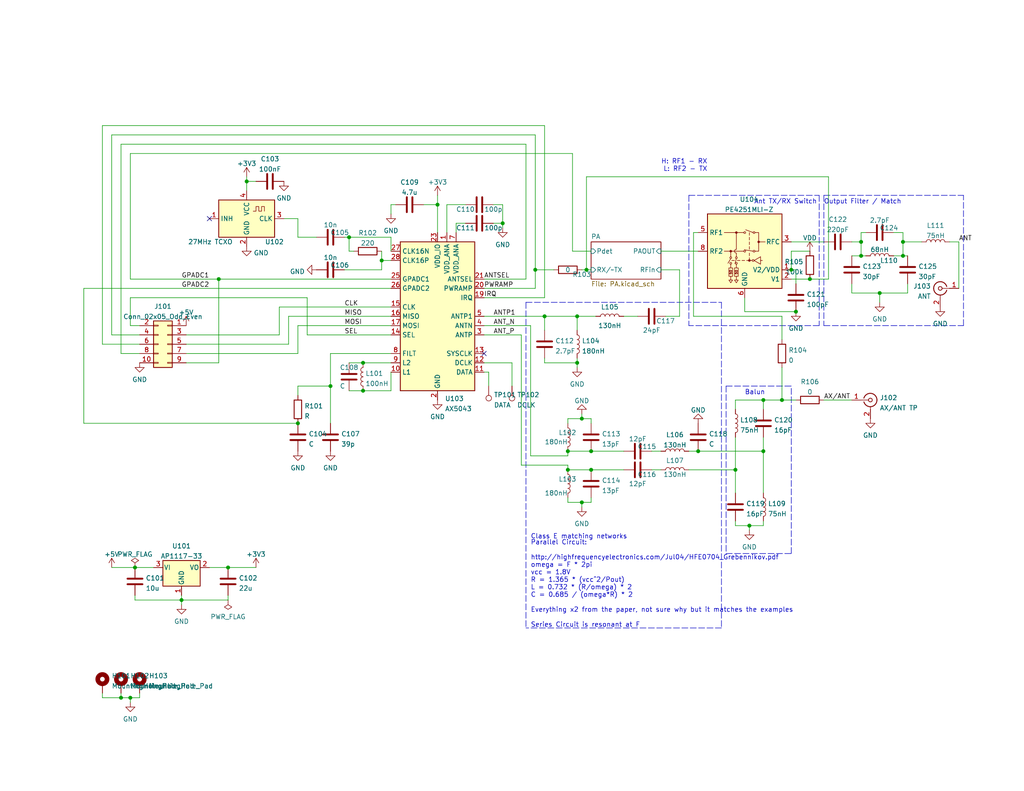
<source format=kicad_sch>
(kicad_sch (version 20211123) (generator eeschema)
  (paper "USLetter")
  (title_block (title "AX5043 Dev Board") (date "2022-01-10") (rev "1") (company "VE7XEN"))
  (lib_symbols
    (symbol "Connector:Conn_Coaxial" (pin_names (offset 1.016) hide)
      (property "Reference" "J" (at 0.254 3.048 0))
      (property "Value" "Conn_Coaxial" (at 2.921 0 90))
      (symbol "Conn_Coaxial_0_1"
        (arc (start -1.778 -0.508) (mid 0.222 -1.808) (end 1.778 0) (stroke (width 0.254)))
        (polyline (pts (xy -2.54 0) (xy -0.508 0)))
        (polyline (pts (xy 0 -2.54) (xy 0 -1.778)))
        (circle (center 0 0) (radius 0.508) (stroke (width 0.2032)))
        (arc (start 1.778 0) (mid 0.222 1.8083) (end -1.778 0.508) (stroke (width 0.254)))
      )
      (symbol "Conn_Coaxial_1_1"
        (pin passive line (at -5.08 0 0) (length 2.54) (name "In") (number "1"))
        (pin passive line (at 0 -5.08 90) (length 2.54) (name "Ext") (number "2"))
      )
    )
    (symbol "Connector:TestPoint" (pin_numbers hide) (pin_names (offset 0.762) hide)
      (property "Reference" "TP" (at 0 6.858 0))
      (property "Value" "TestPoint" (at 0 5.08 0))
      (symbol "TestPoint_0_1"
        (circle (center 0 3.302) (radius 0.762))
      )
      (symbol "TestPoint_1_1"
        (pin passive line (at 0 0 90) (length 2.54) (name "1") (number "1"))
      )
    )
    (symbol "Connector_Generic:Conn_02x05_Odd_Even" (pin_names (offset 1.016) hide)
      (property "Reference" "J" (at 1.27 7.62 0))
      (property "Value" "Conn_02x05_Odd_Even" (at 1.27 -7.62 0))
      (symbol "Conn_02x05_Odd_Even_1_1"
        (rectangle (start -1.27 -4.953) (end 0 -5.207) (stroke (width 0.1524)))
        (rectangle (start -1.27 -2.413) (end 0 -2.667) (stroke (width 0.1524)))
        (rectangle (start -1.27 0.127) (end 0 -0.127) (stroke (width 0.1524)))
        (rectangle (start -1.27 2.667) (end 0 2.413) (stroke (width 0.1524)))
        (rectangle (start -1.27 5.207) (end 0 4.953) (stroke (width 0.1524)))
        (rectangle (start -1.27 6.35) (end 3.81 -6.35) (stroke (width 0.254)) (fill (type background)))
        (rectangle (start 3.81 -4.953) (end 2.54 -5.207) (stroke (width 0.1524)))
        (rectangle (start 3.81 -2.413) (end 2.54 -2.667) (stroke (width 0.1524)))
        (rectangle (start 3.81 0.127) (end 2.54 -0.127) (stroke (width 0.1524)))
        (rectangle (start 3.81 2.667) (end 2.54 2.413) (stroke (width 0.1524)))
        (rectangle (start 3.81 5.207) (end 2.54 4.953) (stroke (width 0.1524)))
        (pin passive line (at -5.08 5.08 0) (length 3.81) (name "Pin_1") (number "1"))
        (pin passive line (at 7.62 -5.08 180) (length 3.81) (name "Pin_10") (number "10"))
        (pin passive line (at 7.62 5.08 180) (length 3.81) (name "Pin_2") (number "2"))
        (pin passive line (at -5.08 2.54 0) (length 3.81) (name "Pin_3") (number "3"))
        (pin passive line (at 7.62 2.54 180) (length 3.81) (name "Pin_4") (number "4"))
        (pin passive line (at -5.08 0 0) (length 3.81) (name "Pin_5") (number "5"))
        (pin passive line (at 7.62 0 180) (length 3.81) (name "Pin_6") (number "6"))
        (pin passive line (at -5.08 -2.54 0) (length 3.81) (name "Pin_7") (number "7"))
        (pin passive line (at 7.62 -2.54 180) (length 3.81) (name "Pin_8") (number "8"))
        (pin passive line (at -5.08 -5.08 0) (length 3.81) (name "Pin_9") (number "9"))
      )
    )
    (symbol "Device:C" (pin_numbers hide) (pin_names (offset 0.254))
      (property "Reference" "C" (at 0.635 2.54 0))
      (property "Value" "C" (at 0.635 -2.54 0))
      (symbol "C_0_1"
        (polyline (pts (xy -2.032 -0.762) (xy 2.032 -0.762)) (stroke (width 0.508)))
        (polyline (pts (xy -2.032 0.762) (xy 2.032 0.762)) (stroke (width 0.508)))
      )
      (symbol "C_1_1"
        (pin passive line (at 0 3.81 270) (length 2.794) (name "~") (number "1"))
        (pin passive line (at 0 -3.81 90) (length 2.794) (name "~") (number "2"))
      )
    )
    (symbol "Device:L" (pin_numbers hide) (pin_names (offset 1.016) hide)
      (property "Reference" "L" (at -1.27 0 90))
      (property "Value" "L" (at 1.905 0 90))
      (symbol "L_0_1"
        (arc (start 0 -2.54) (mid 0.635 -1.905) (end 0 -1.27))
        (arc (start 0 -1.27) (mid 0.635 -0.635) (end 0 0))
        (arc (start 0 0) (mid 0.635 0.635) (end 0 1.27))
        (arc (start 0 1.27) (mid 0.635 1.905) (end 0 2.54))
      )
      (symbol "L_1_1"
        (pin passive line (at 0 3.81 270) (length 1.27) (name "1") (number "1"))
        (pin passive line (at 0 -3.81 90) (length 1.27) (name "2") (number "2"))
      )
    )
    (symbol "Device:R" (pin_numbers hide) (pin_names (offset 0))
      (property "Reference" "R" (at 2.032 0 90))
      (property "Value" "R" (at 0 0 90))
      (symbol "R_0_1"
        (rectangle (start -1.016 -2.54) (end 1.016 2.54) (stroke (width 0.254)))
      )
      (symbol "R_1_1"
        (pin passive line (at 0 3.81 270) (length 1.27) (name "~") (number "1"))
        (pin passive line (at 0 -3.81 90) (length 1.27) (name "~") (number "2"))
      )
    )
    (symbol "Mechanical:MountingHole_Pad" (pin_numbers hide) (pin_names (offset 1.016) hide)
      (property "Reference" "H" (at 0 6.35 0))
      (property "Value" "MountingHole_Pad" (at 0 4.445 0))
      (symbol "MountingHole_Pad_0_1"
        (circle (center 0 1.27) (radius 1.27) (stroke (width 1.27)))
      )
      (symbol "MountingHole_Pad_1_1"
        (pin input line (at 0 -2.54 90) (length 2.54) (name "1") (number "1"))
      )
    )
    (symbol "Oscillator:KC2520Z"
      (property "Reference" "U" (at 2.54 12.7 0))
      (property "Value" "KC2520Z" (at 6.35 10.16 0))
      (symbol "KC2520Z_0_1"
        (rectangle (start -7.62 5.08) (end 7.62 -5.08) (stroke (width 0.254)) (fill (type background)))
      )
      (symbol "KC2520Z_1_1"
        (polyline (pts (xy 1.778 2.032) (xy 2.54 2.032) (xy 2.54 3.302) (xy 3.302 3.302) (xy 3.302 2.032) (xy 4.064 2.032) (xy 4.064 3.302) (xy 4.826 3.302) (xy 4.826 2.032)))
        (pin input line (at -10.16 0 0) (length 2.54) (name "INH") (number "1"))
        (pin power_in line (at 0 -7.62 90) (length 2.54) (name "GND") (number "2"))
        (pin output line (at 10.16 0 180) (length 2.54) (name "CLK") (number "3"))
        (pin power_in line (at 0 7.62 270) (length 2.54) (name "VCC") (number "4"))
      )
    )
    (symbol "RF:AX5043"
      (property "Reference" "U" (at -8.89 21.59 0))
      (property "Value" "AX5043" (at 8.89 21.59 0))
      (symbol "AX5043_1_0"
        (rectangle (start -10.16 -20.32) (end 10.16 20.32) (stroke (width 0.254)) (fill (type background)))
      )
      (symbol "AX5043_1_1"
        (pin power_out line (at 2.54 22.86 270) (length 2.54) (name "VDD_ANA") (number "1"))
        (pin passive line (at -12.7 -15.24 0) (length 2.54) (name "L1") (number "10"))
        (pin bidirectional line (at 12.7 -15.24 180) (length 2.54) (name "DATA") (number "11"))
        (pin bidirectional line (at 12.7 -12.7 180) (length 2.54) (name "DCLK") (number "12"))
        (pin bidirectional line (at 12.7 -10.16 180) (length 2.54) (name "SYSCLK") (number "13"))
        (pin input line (at -12.7 -5.08 0) (length 2.54) (name "SEL") (number "14"))
        (pin input line (at -12.7 2.54 0) (length 2.54) (name "CLK") (number "15"))
        (pin output line (at -12.7 0 0) (length 2.54) (name "MISO") (number "16"))
        (pin input line (at -12.7 -2.54 0) (length 2.54) (name "MOSI") (number "17"))
        (pin no_connect line (at -2.54 -20.32 90) (length 2.54) hide (name "NC") (number "18"))
        (pin output line (at 12.7 5.08 180) (length 2.54) (name "IRQ") (number "19"))
        (pin power_in line (at 0 -22.86 90) (length 2.54) (name "GND") (number "2"))
        (pin bidirectional line (at 12.7 7.62 180) (length 2.54) (name "PWRAMP") (number "20"))
        (pin bidirectional line (at 12.7 10.16 180) (length 2.54) (name "ANTSEL") (number "21"))
        (pin no_connect line (at 2.54 -20.32 90) (length 2.54) hide (name "NC") (number "22"))
        (pin power_in line (at 0 22.86 270) (length 2.54) (name "VDD_IO") (number "23"))
        (pin no_connect line (at -5.08 -20.32 90) (length 2.54) hide (name "NC") (number "24"))
        (pin input line (at -12.7 10.16 0) (length 2.54) (name "GPADC1") (number "25"))
        (pin input line (at -12.7 7.62 0) (length 2.54) (name "GPADC2") (number "26"))
        (pin input line (at -12.7 17.78 0) (length 2.54) (name "CLK16N") (number "27"))
        (pin input line (at -12.7 15.24 0) (length 2.54) (name "CLK16P") (number "28"))
        (pin passive line (at 0 -22.86 90) (length 2.54) hide (name "GND") (number "29"))
        (pin bidirectional line (at 12.7 -5.08 180) (length 2.54) (name "ANTP") (number "3"))
        (pin bidirectional line (at 12.7 -2.54 180) (length 2.54) (name "ANTN") (number "4"))
        (pin output line (at 12.7 0 180) (length 2.54) (name "ANTP1") (number "5"))
        (pin passive line (at 0 -22.86 90) (length 2.54) hide (name "GND") (number "6"))
        (pin power_out line (at 5.08 22.86 270) (length 2.54) (name "VDD_ANA") (number "7"))
        (pin input line (at -12.7 -10.16 0) (length 2.54) (name "FILT") (number "8"))
        (pin passive line (at -12.7 -12.7 0) (length 2.54) (name "L2") (number "9"))
      )
    )
    (symbol "Regulator_Linear:AP1117-33" (pin_names (offset 0.254))
      (property "Reference" "U" (at -3.81 3.175 0))
      (property "Value" "AP1117-33" (at 0 3.175 0))
      (symbol "AP1117-33_0_1"
        (rectangle (start -5.08 -5.08) (end 5.08 1.905) (stroke (width 0.254)) (fill (type background)))
      )
      (symbol "AP1117-33_1_1"
        (pin power_in line (at 0 -7.62 90) (length 2.54) (name "GND") (number "1"))
        (pin power_out line (at 7.62 0 180) (length 2.54) (name "VO") (number "2"))
        (pin power_in line (at -7.62 0 0) (length 2.54) (name "VI") (number "3"))
      )
    )
    (symbol "power:+3V3" (power) (pin_names (offset 0))
      (property "Value" "+3V3" (at 0 3.556 0))
      (symbol "+3V3_0_1"
        (polyline (pts (xy -0.762 1.27) (xy 0 2.54)))
        (polyline (pts (xy 0 0) (xy 0 2.54)))
        (polyline (pts (xy 0 2.54) (xy 0.762 1.27)))
      )
      (symbol "+3V3_1_1"
        (pin power_in line (at 0 0 90) (length 0) hide (name "+3V3") (number "1"))
      )
    )
    (symbol "power:+5V" (power) (pin_names (offset 0))
      (property "Value" "+5V" (at 0 3.556 0))
      (symbol "+5V_0_1"
        (polyline (pts (xy -0.762 1.27) (xy 0 2.54)))
        (polyline (pts (xy 0 0) (xy 0 2.54)))
        (polyline (pts (xy 0 2.54) (xy 0.762 1.27)))
      )
      (symbol "+5V_1_1"
        (pin power_in line (at 0 0 90) (length 0) hide (name "+5V") (number "1"))
      )
    )
    (symbol "power:GND" (power) (pin_names (offset 0))
      (property "Value" "GND" (at 0 -3.81 0))
      (symbol "GND_0_1"
        (polyline (pts (xy 0 0) (xy 0 -1.27) (xy 1.27 -1.27) (xy 0 -2.54) (xy -1.27 -1.27) (xy 0 -1.27)))
      )
      (symbol "GND_1_1"
        (pin power_in line (at 0 0 270) (length 0) hide (name "GND") (number "1"))
      )
    )
    (symbol "power:PWR_FLAG" (power) (pin_numbers hide) (pin_names (offset 0) hide)
      (property "Value" "PWR_FLAG" (at 0 3.81 0))
      (symbol "PWR_FLAG_0_0"
        (pin power_out line (at 0 0 90) (length 0) (name "pwr") (number "1"))
      )
      (symbol "PWR_FLAG_0_1"
        (polyline (pts (xy 0 0) (xy 0 1.27) (xy -1.016 1.905) (xy 0 2.54) (xy 1.016 1.905) (xy 0 1.27)))
      )
    )
    (symbol "power:VDD" (power) (pin_names (offset 0))
      (property "Value" "VDD" (at 0 3.81 0))
      (symbol "VDD_0_1"
        (polyline (pts (xy -0.762 1.27) (xy 0 2.54)))
        (polyline (pts (xy 0 0) (xy 0 2.54)))
        (polyline (pts (xy 0 2.54) (xy 0.762 1.27)))
      )
      (symbol "VDD_1_1"
        (pin power_in line (at 0 0 90) (length 0) hide (name "VDD") (number "1"))
      )
    )
    (symbol "projlib:PE4251MLI-Z"
      (property "Reference" "U104" (at -1.2065 14.1265 0))
      (property "Value" "PE4251MLI-Z" (at -1.2065 11.3514 0))
      (symbol "PE4251MLI-Z_0_0"
        (rectangle (start -10.16 10.16) (end 10.16 -10.16) (stroke (width 0.254)) (fill (type background)))
        (circle (center -3.81 2.54) (radius 0.254) (fill (type outline)))
        (circle (center -2.286 -2.54) (radius 0.254))
        (circle (center -1.27 -2.54) (radius 0.254) (fill (type outline)))
        (polyline (pts (xy -4.318 -2.54) (xy -4.826 -2.54)))
        (polyline (pts (xy -3.81 2.54) (xy -5.588 2.54)))
        (polyline (pts (xy -1.27 -2.54) (xy -1.27 -1.778)))
        (polyline (pts (xy -1.27 -1.27) (xy -1.27 -0.508)))
        (polyline (pts (xy -1.27 1.27) (xy -1.27 0.508)))
        (polyline (pts (xy -1.27 2.54) (xy -1.27 1.778)))
        (polyline (pts (xy -1.27 3.81) (xy -1.27 3.048)))
        (polyline (pts (xy -1.27 5.08) (xy -1.27 4.318)))
        (polyline (pts (xy -0.508 -2.54) (xy -2.032 -2.54)))
        (polyline (pts (xy 0 -2.54) (xy 0.762 -2.54)))
        (polyline (pts (xy 0.254 0) (xy 5.588 0)))
        (polyline (pts (xy 0.254 5.08) (xy 5.588 5.08)))
        (polyline (pts (xy 2.032 -2.54) (xy 1.27 -2.54)))
        (polyline (pts (xy 2.286 0.508) (xy 2.286 5.08)))
        (polyline (pts (xy 3.556 -2.54) (xy 2.794 -2.54)))
        (polyline (pts (xy -4.318 -1.524) (xy -4.318 -3.556) (xy -2.54 -2.54) (xy -4.318 -1.524)))
        (polyline (pts (xy -2.794 0) (xy -3.81 0) (xy -3.81 5.08) (xy -2.794 5.08)))
        (arc (start 2.286 -0.508) (mid 2.794 0) (end 2.286 0.508))
        (text "50" (at 2.286 -5.715 900) (effects (font (size 0.635 0.635))))
        (text "50" (at 3.81 -5.715 900) (effects (font (size 0.635 0.635))))
      )
      (symbol "PE4251MLI-Z_0_1"
        (circle (center -2.54 0) (radius 0.254))
        (circle (center -2.54 5.08) (radius 0.254))
        (polyline (pts (xy -2.286 0) (xy 0.127 0.381)))
        (polyline (pts (xy -2.286 5.08) (xy -0.254 5.842)))
        (polyline (pts (xy 2.286 -3.556) (xy 2.286 -4.572)))
        (polyline (pts (xy 2.286 -2.032) (xy 2.667 -3.429)))
        (polyline (pts (xy 2.286 -0.508) (xy 2.286 -1.524)))
        (polyline (pts (xy 3.81 -3.556) (xy 3.81 -4.572)))
        (polyline (pts (xy 3.81 -2.032) (xy 4.572 -3.302)))
        (polyline (pts (xy 3.81 0) (xy 3.81 -1.524)))
        (polyline (pts (xy 2.286 -6.858) (xy 2.286 -7.874) (xy 1.778 -7.874) (xy 2.286 -8.636) (xy 2.794 -7.874) (xy 2.286 -7.874)))
        (polyline (pts (xy 3.81 -6.858) (xy 3.81 -7.874) (xy 3.302 -7.874) (xy 3.81 -8.636) (xy 4.318 -7.874) (xy 3.81 -7.874)))
        (circle (center 0 0) (radius 0.254))
        (circle (center 0 5.08) (radius 0.254))
        (rectangle (start 1.778 -4.572) (end 2.794 -6.858))
        (circle (center 2.286 -3.302) (radius 0.254))
        (circle (center 2.286 -1.778) (radius 0.254))
        (circle (center 2.286 5.08) (radius 0.254) (fill (type outline)))
        (rectangle (start 3.302 -4.572) (end 4.318 -6.858))
        (circle (center 3.81 -3.302) (radius 0.254))
        (circle (center 3.81 -1.778) (radius 0.254))
        (circle (center 3.81 0) (radius 0.254) (fill (type outline)))
      )
      (symbol "PE4251MLI-Z_1_1"
        (pin input line (at -12.7 -5.08 0) (length 2.54) (name "V2/VDD") (number "1"))
        (pin input line (at -12.7 -7.62 0) (length 2.54) (name "V1") (number "2"))
        (pin passive line (at -12.7 2.54 0) (length 2.54) (name "RFC") (number "3"))
        (pin no_connect line (at 10.16 -6.35 0) (length 2.54) hide (name "NC") (number "4"))
        (pin passive line (at 12.7 5.08 180) (length 2.54) (name "RF1") (number "5"))
        (pin power_in line (at 0 -12.7 90) (length 2.54) (name "GND") (number "6"))
        (pin passive line (at 0 -12.7 90) (length 2.54) hide (name "GND") (number "7"))
        (pin passive line (at 12.7 0 180) (length 2.54) (name "RF2") (number "8"))
        (pin passive line (at 0 -12.7 90) (length 2.54) hide (name "GND") (number "9"))
      )
    )
  )
  (junction (at 217.17 85.09))
  (junction (at 246.38 69.85))
  (junction (at 154.94 128.27))
  (junction (at 157.48 86.36))
  (junction (at 246.38 66.04))
  (junction (at 67.31 49.53))
  (junction (at 146.05 73.66))
  (junction (at 234.95 69.85))
  (junction (at 220.98 76.2))
  (junction (at 204.47 143.51))
  (junction (at 104.14 71.12))
  (junction (at 33.02 190.5))
  (junction (at 49.53 163.83))
  (junction (at 119.38 55.88))
  (junction (at 234.95 66.04))
  (junction (at 158.75 114.3))
  (junction (at 161.29 128.27))
  (junction (at 35.56 190.5))
  (junction (at 190.5 123.19))
  (junction (at 158.75 137.16))
  (junction (at 208.28 109.22))
  (junction (at 137.16 60.96))
  (junction (at 200.66 128.27))
  (junction (at 215.9 73.66))
  (junction (at 62.23 154.94))
  (junction (at 240.03 80.01))
  (junction (at 208.28 123.19))
  (junction (at 99.06 99.06))
  (junction (at 99.06 106.68))
  (junction (at 59.69 76.2))
  (junction (at 213.36 109.22))
  (junction (at 148.59 86.36))
  (junction (at 36.83 154.94))
  (junction (at 154.94 123.19))
  (junction (at 161.29 123.19))
  (junction (at 90.17 105.41))
  (junction (at 160.02 73.66))
  (junction (at 157.48 99.06))
  (junction (at 81.28 115.57))
  (junction (at 95.25 64.77))
  (no_connect (at 132.08 96.52))
  (no_connect (at 57.15 59.69))
  (wire (pts (xy 259.08 66.04) (xy 261.62 66.04)))
  (wire (pts (xy 146.05 73.66) (xy 151.13 73.66)))
  (wire (pts (xy 187.96 128.27) (xy 200.66 128.27)))
  (wire (pts (xy 158.75 137.16) (xy 158.75 138.43)))
  (wire (pts (xy 200.66 119.38) (xy 200.66 128.27)))
  (polyline (pts (xy 187.96 53.34) (xy 187.96 88.9)))
  (wire (pts (xy 67.31 49.53) (xy 67.31 52.07)))
  (wire (pts (xy 232.41 69.85) (xy 234.95 69.85)))
  (polyline (pts (xy 223.52 53.34) (xy 223.52 88.9)))
  (wire (pts (xy 180.34 68.58) (xy 190.5 68.58)))
  (wire (pts (xy 67.31 48.26) (xy 67.31 49.53)))
  (wire (pts (xy 246.38 66.04) (xy 251.46 66.04)))
  (wire (pts (xy 83.82 91.44) (xy 106.68 91.44)))
  (wire (pts (xy 158.75 114.3) (xy 161.29 114.3)))
  (wire (pts (xy 95.25 106.68) (xy 99.06 106.68)))
  (wire (pts (xy 35.56 81.28) (xy 35.56 88.9)))
  (wire (pts (xy 213.36 86.36) (xy 189.23 86.36)))
  (wire (pts (xy 187.96 123.19) (xy 190.5 123.19)))
  (wire (pts (xy 99.06 106.68) (xy 106.68 106.68)))
  (wire (pts (xy 33.02 190.5) (xy 35.56 190.5)))
  (wire (pts (xy 132.08 76.2) (xy 143.51 76.2)))
  (wire (pts (xy 156.21 68.58) (xy 156.21 41.91)))
  (wire (pts (xy 67.31 49.53) (xy 69.85 49.53)))
  (wire (pts (xy 215.9 66.04) (xy 224.79 66.04)))
  (wire (pts (xy 181.61 86.36) (xy 185.42 86.36)))
  (wire (pts (xy 139.7 99.06) (xy 132.08 99.06)))
  (wire (pts (xy 204.47 143.51) (xy 204.47 144.78)))
  (wire (pts (xy 161.29 135.89) (xy 161.29 137.16)))
  (wire (pts (xy 154.94 115.57) (xy 154.94 114.3)))
  (wire (pts (xy 261.62 66.04) (xy 261.62 78.74)))
  (wire (pts (xy 157.48 99.06) (xy 157.48 97.79)))
  (wire (pts (xy 81.28 59.69) (xy 81.28 64.77)))
  (polyline (pts (xy 187.96 53.34) (xy 223.52 53.34)))
  (wire (pts (xy 36.83 154.94) (xy 41.91 154.94)))
  (wire (pts (xy 247.65 80.01) (xy 240.03 80.01)))
  (wire (pts (xy 208.28 119.38) (xy 208.28 123.19)))
  (wire (pts (xy 240.03 80.01) (xy 240.03 82.55)))
  (wire (pts (xy 76.2 91.44) (xy 50.8 91.44)))
  (wire (pts (xy 81.28 64.77) (xy 86.36 64.77)))
  (wire (pts (xy 83.82 81.28) (xy 35.56 81.28)))
  (wire (pts (xy 22.86 115.57) (xy 22.86 78.74)))
  (wire (pts (xy 50.8 99.06) (xy 59.69 99.06)))
  (wire (pts (xy 78.74 93.98) (xy 78.74 86.36)))
  (wire (pts (xy 154.94 114.3) (xy 158.75 114.3)))
  (wire (pts (xy 156.21 41.91) (xy 35.56 41.91)))
  (wire (pts (xy 215.9 76.2) (xy 220.98 76.2)))
  (wire (pts (xy 142.24 127) (xy 154.94 127)))
  (wire (pts (xy 154.94 137.16) (xy 158.75 137.16)))
  (wire (pts (xy 106.68 55.88) (xy 107.95 55.88)))
  (wire (pts (xy 142.24 91.44) (xy 142.24 127)))
  (wire (pts (xy 157.48 90.17) (xy 157.48 86.36)))
  (wire (pts (xy 213.36 86.36) (xy 213.36 92.71)))
  (wire (pts (xy 35.56 41.91) (xy 35.56 76.2)))
  (wire (pts (xy 146.05 36.83) (xy 146.05 73.66)))
  (polyline (pts (xy 196.85 82.55) (xy 196.85 171.45)))
  (wire (pts (xy 243.84 69.85) (xy 246.38 69.85)))
  (wire (pts (xy 124.46 63.5) (xy 124.46 60.96)))
  (wire (pts (xy 137.16 55.88) (xy 137.16 60.96)))
  (wire (pts (xy 204.47 143.51) (xy 208.28 143.51)))
  (wire (pts (xy 27.94 93.98) (xy 27.94 34.29)))
  (wire (pts (xy 144.78 88.9) (xy 132.08 88.9)))
  (wire (pts (xy 247.65 77.47) (xy 247.65 80.01)))
  (wire (pts (xy 200.66 109.22) (xy 208.28 109.22)))
  (wire (pts (xy 90.17 115.57) (xy 90.17 105.41)))
  (wire (pts (xy 78.74 86.36) (xy 106.68 86.36)))
  (wire (pts (xy 134.62 60.96) (xy 137.16 60.96)))
  (wire (pts (xy 154.94 124.46) (xy 154.94 123.19)))
  (wire (pts (xy 50.8 93.98) (xy 78.74 93.98)))
  (wire (pts (xy 106.68 58.42) (xy 106.68 55.88)))
  (wire (pts (xy 121.92 55.88) (xy 121.92 63.5)))
  (wire (pts (xy 119.38 53.34) (xy 119.38 55.88)))
  (wire (pts (xy 132.08 86.36) (xy 148.59 86.36)))
  (wire (pts (xy 177.8 123.19) (xy 180.34 123.19)))
  (polyline (pts (xy 224.79 88.9) (xy 262.89 88.9)))
  (wire (pts (xy 62.23 162.56) (xy 62.23 163.83)))
  (wire (pts (xy 38.1 190.5) (xy 35.56 190.5)))
  (wire (pts (xy 139.7 105.41) (xy 139.7 99.06)))
  (wire (pts (xy 93.98 73.66) (xy 104.14 73.66)))
  (polyline (pts (xy 198.12 105.41) (xy 215.9 105.41)))
  (wire (pts (xy 35.56 88.9) (xy 38.1 88.9)))
  (wire (pts (xy 99.06 99.06) (xy 106.68 99.06)))
  (wire (pts (xy 104.14 73.66) (xy 104.14 71.12)))
  (polyline (pts (xy 143.51 82.55) (xy 143.51 171.45)))
  (wire (pts (xy 203.2 85.09) (xy 217.17 85.09)))
  (wire (pts (xy 27.94 190.5) (xy 33.02 190.5)))
  (wire (pts (xy 148.59 99.06) (xy 148.59 97.79)))
  (wire (pts (xy 232.41 66.04) (xy 234.95 66.04)))
  (wire (pts (xy 27.94 34.29) (xy 148.59 34.29)))
  (wire (pts (xy 243.84 63.5) (xy 246.38 63.5)))
  (wire (pts (xy 38.1 189.23) (xy 38.1 190.5)))
  (wire (pts (xy 90.17 105.41) (xy 81.28 105.41)))
  (polyline (pts (xy 224.79 53.34) (xy 262.89 53.34)))
  (wire (pts (xy 81.28 105.41) (xy 81.28 107.95)))
  (wire (pts (xy 95.25 68.58) (xy 96.52 68.58)))
  (wire (pts (xy 62.23 163.83) (xy 49.53 163.83)))
  (wire (pts (xy 180.34 73.66) (xy 185.42 73.66)))
  (wire (pts (xy 90.17 96.52) (xy 106.68 96.52)))
  (wire (pts (xy 208.28 134.62) (xy 208.28 123.19)))
  (wire (pts (xy 35.56 190.5) (xy 35.56 191.77)))
  (wire (pts (xy 208.28 142.24) (xy 208.28 143.51)))
  (wire (pts (xy 132.08 91.44) (xy 142.24 91.44)))
  (wire (pts (xy 232.41 77.47) (xy 232.41 80.01)))
  (wire (pts (xy 217.17 73.66) (xy 215.9 73.66)))
  (wire (pts (xy 33.02 96.52) (xy 38.1 96.52)))
  (wire (pts (xy 148.59 99.06) (xy 157.48 99.06)))
  (wire (pts (xy 146.05 73.66) (xy 146.05 78.74)))
  (wire (pts (xy 137.16 60.96) (xy 137.16 62.23)))
  (wire (pts (xy 203.2 81.28) (xy 203.2 85.09)))
  (wire (pts (xy 154.94 123.19) (xy 161.29 123.19)))
  (wire (pts (xy 189.23 63.5) (xy 189.23 86.36)))
  (wire (pts (xy 161.29 68.58) (xy 156.21 68.58)))
  (wire (pts (xy 200.66 142.24) (xy 200.66 143.51)))
  (wire (pts (xy 81.28 88.9) (xy 81.28 96.52)))
  (wire (pts (xy 154.94 127) (xy 154.94 128.27)))
  (polyline (pts (xy 223.52 88.9) (xy 187.96 88.9)))
  (wire (pts (xy 106.68 76.2) (xy 59.69 76.2)))
  (polyline (pts (xy 198.12 105.41) (xy 198.12 151.13)))
  (wire (pts (xy 124.46 60.96) (xy 127 60.96)))
  (wire (pts (xy 154.94 124.46) (xy 144.78 124.46)))
  (wire (pts (xy 59.69 76.2) (xy 35.56 76.2)))
  (polyline (pts (xy 215.9 151.13) (xy 215.9 105.41)))
  (wire (pts (xy 106.68 88.9) (xy 81.28 88.9)))
  (polyline (pts (xy 196.85 171.45) (xy 143.51 171.45)))
  (wire (pts (xy 177.8 128.27) (xy 180.34 128.27)))
  (wire (pts (xy 185.42 73.66) (xy 185.42 86.36)))
  (wire (pts (xy 170.18 86.36) (xy 173.99 86.36)))
  (wire (pts (xy 93.98 64.77) (xy 95.25 64.77)))
  (wire (pts (xy 33.02 189.23) (xy 33.02 190.5)))
  (wire (pts (xy 121.92 55.88) (xy 127 55.88)))
  (wire (pts (xy 104.14 71.12) (xy 106.68 71.12)))
  (wire (pts (xy 232.41 80.01) (xy 240.03 80.01)))
  (wire (pts (xy 246.38 63.5) (xy 246.38 66.04)))
  (wire (pts (xy 161.29 128.27) (xy 170.18 128.27)))
  (wire (pts (xy 36.83 162.56) (xy 36.83 163.83)))
  (wire (pts (xy 226.06 48.26) (xy 160.02 48.26)))
  (wire (pts (xy 132.08 101.6) (xy 133.35 101.6)))
  (wire (pts (xy 57.15 154.94) (xy 62.23 154.94)))
  (wire (pts (xy 154.94 135.89) (xy 154.94 137.16)))
  (wire (pts (xy 95.25 64.77) (xy 106.68 64.77)))
  (wire (pts (xy 77.47 59.69) (xy 81.28 59.69)))
  (wire (pts (xy 148.59 90.17) (xy 148.59 86.36)))
  (wire (pts (xy 33.02 96.52) (xy 33.02 39.37)))
  (wire (pts (xy 234.95 66.04) (xy 234.95 69.85)))
  (wire (pts (xy 49.53 162.56) (xy 49.53 163.83)))
  (wire (pts (xy 161.29 123.19) (xy 170.18 123.19)))
  (wire (pts (xy 36.83 163.83) (xy 49.53 163.83)))
  (wire (pts (xy 90.17 105.41) (xy 90.17 96.52)))
  (wire (pts (xy 27.94 189.23) (xy 27.94 190.5)))
  (wire (pts (xy 217.17 77.47) (xy 217.17 73.66)))
  (wire (pts (xy 246.38 69.85) (xy 247.65 69.85)))
  (wire (pts (xy 226.06 76.2) (xy 220.98 76.2)))
  (wire (pts (xy 158.75 137.16) (xy 161.29 137.16)))
  (polyline (pts (xy 198.12 151.13) (xy 215.9 151.13)))
  (wire (pts (xy 38.1 93.98) (xy 27.94 93.98)))
  (wire (pts (xy 189.23 63.5) (xy 190.5 63.5)))
  (wire (pts (xy 115.57 55.88) (xy 119.38 55.88)))
  (wire (pts (xy 106.68 83.82) (xy 76.2 83.82)))
  (wire (pts (xy 208.28 109.22) (xy 213.36 109.22)))
  (wire (pts (xy 224.79 109.22) (xy 232.41 109.22)))
  (polyline (pts (xy 224.79 53.34) (xy 224.79 88.9)))
  (polyline (pts (xy 262.89 88.9) (xy 262.89 53.34)))
  (wire (pts (xy 134.62 55.88) (xy 137.16 55.88)))
  (wire (pts (xy 157.48 86.36) (xy 162.56 86.36)))
  (wire (pts (xy 160.02 73.66) (xy 161.29 73.66)))
  (wire (pts (xy 160.02 48.26) (xy 160.02 73.66)))
  (wire (pts (xy 95.25 68.58) (xy 95.25 64.77)))
  (wire (pts (xy 95.25 99.06) (xy 99.06 99.06)))
  (wire (pts (xy 213.36 100.33) (xy 213.36 109.22)))
  (wire (pts (xy 246.38 66.04) (xy 246.38 69.85)))
  (wire (pts (xy 76.2 83.82) (xy 76.2 91.44)))
  (wire (pts (xy 30.48 154.94) (xy 36.83 154.94)))
  (wire (pts (xy 148.59 81.28) (xy 132.08 81.28)))
  (wire (pts (xy 30.48 91.44) (xy 38.1 91.44)))
  (wire (pts (xy 157.48 100.33) (xy 157.48 99.06)))
  (wire (pts (xy 190.5 123.19) (xy 208.28 123.19)))
  (wire (pts (xy 234.95 69.85) (xy 236.22 69.85)))
  (wire (pts (xy 158.75 113.03) (xy 158.75 114.3)))
  (wire (pts (xy 213.36 109.22) (xy 217.17 109.22)))
  (wire (pts (xy 215.9 73.66) (xy 215.9 68.58)))
  (wire (pts (xy 215.9 68.58) (xy 220.98 68.58)))
  (wire (pts (xy 106.68 64.77) (xy 106.68 68.58)))
  (polyline (pts (xy 143.51 82.55) (xy 196.85 82.55)))
  (wire (pts (xy 200.66 111.76) (xy 200.66 109.22)))
  (wire (pts (xy 119.38 55.88) (xy 119.38 63.5)))
  (wire (pts (xy 133.35 101.6) (xy 133.35 105.41)))
  (wire (pts (xy 104.14 68.58) (xy 104.14 71.12)))
  (wire (pts (xy 226.06 48.26) (xy 226.06 76.2)))
  (wire (pts (xy 22.86 78.74) (xy 106.68 78.74)))
  (wire (pts (xy 62.23 154.94) (xy 69.85 154.94)))
  (wire (pts (xy 200.66 128.27) (xy 200.66 134.62)))
  (wire (pts (xy 148.59 86.36) (xy 157.48 86.36)))
  (wire (pts (xy 81.28 115.57) (xy 22.86 115.57)))
  (wire (pts (xy 158.75 73.66) (xy 160.02 73.66)))
  (wire (pts (xy 208.28 109.22) (xy 208.28 111.76)))
  (wire (pts (xy 81.28 96.52) (xy 50.8 96.52)))
  (wire (pts (xy 200.66 143.51) (xy 204.47 143.51)))
  (wire (pts (xy 234.95 63.5) (xy 234.95 66.04)))
  (wire (pts (xy 106.68 101.6) (xy 106.68 106.68)))
  (wire (pts (xy 143.51 39.37) (xy 33.02 39.37)))
  (wire (pts (xy 236.22 63.5) (xy 234.95 63.5)))
  (wire (pts (xy 144.78 124.46) (xy 144.78 88.9)))
  (wire (pts (xy 146.05 36.83) (xy 30.48 36.83)))
  (wire (pts (xy 154.94 128.27) (xy 161.29 128.27)))
  (wire (pts (xy 30.48 36.83) (xy 30.48 91.44)))
  (wire (pts (xy 83.82 91.44) (xy 83.82 81.28)))
  (wire (pts (xy 143.51 76.2) (xy 143.51 39.37)))
  (wire (pts (xy 132.08 78.74) (xy 146.05 78.74)))
  (wire (pts (xy 161.29 114.3) (xy 161.29 115.57)))
  (wire (pts (xy 59.69 99.06) (xy 59.69 76.2)))
  (wire (pts (xy 49.53 163.83) (xy 49.53 165.1)))
  (wire (pts (xy 148.59 34.29) (xy 148.59 81.28)))
  (text "Output Filter / Match" (at 224.79 55.88 0) (effects (font (size 1.27 1.27)) (justify left bottom)))
  (text "H: RF1 - RX\nL: RF2 - TX" (at 193.04 46.99 180) (effects (font (size 1.27 1.27)) (justify right bottom)))
  (text "Balun" (at 203.2 107.95 0) (effects (font (size 1.27 1.27)) (justify left bottom)))
  (text "Parallel Circuit:\n\nhttp://highfrequencyelectronics.com/Jul04/HFE0704_Grebennikov.pdf\nomega = F * 2pi\nvcc = 1.8V\nR = 1.365 * (vcc^2/Pout)\nL = 0.732 * (R/omega) * 2\nC = 0.685 / (omega*R) * 2\n\nEverything x2 from the paper, not sure why but it matches the examples\n\nSeries Circuit is resonant at F" (at 144.78 171.45 0) (effects (font (size 1.27 1.27)) (justify left bottom)))
  (text "Class E matching networks" (at 144.78 147.32 0) (effects (font (size 1.27 1.27)) (justify left bottom)))
  (text "Ant TX/RX Switch" (at 205.74 55.88 0) (effects (font (size 1.27 1.27)) (justify left bottom)))
  (label "AX{slash}ANT" (at 224.79 109.22 0))
  (label "SEL" (at 93.98 91.44 0))
  (label "ANTSEL" (at 132.08 76.2 0))
  (label "ANT" (at 261.62 66.04 0))
  (label "CLK" (at 93.98 83.82 0))
  (label "ANTP1" (at 134.62 86.36 0))
  (label "ANT_N" (at 134.62 88.9 0))
  (label "MISO" (at 93.98 86.36 0))
  (label "ANT_P" (at 134.62 91.44 0))
  (label "IRQ" (at 132.08 81.28 0))
  (label "MOSI" (at 93.98 88.9 0))
  (label "PWRAMP" (at 132.08 78.74 0))
  (label "GPADC1" (at 49.53 76.2 0))
  (label "GPADC2" (at 49.53 78.74 0))
  (symbol (lib_id "Oscillator:KC2520Z") (at 67.31 59.69 0) (unit 1)
    (property "Reference" "U102" (at 77.47 66.04 0) (effects (justify right)))
    (property "Value" "27MHz TCXO" (at 63.5 66.04 0) (effects (justify right)))
    (property "Footprint" "Oscillator:Oscillator_SMD_TXC_7C-4Pin_5.0x3.2mm_HandSoldering" (effects hide))
    (property "Part#" "ECS-TXO-5032-270-TR" (effects hide))
  )
  (symbol (lib_id "Device:C") (at 90.17 119.38 0) (unit 1)
    (property "Reference" "C107" (at 93.091 118.4715 0) (effects (justify left)))
    (property "Value" "39p" (at 93.091 121.2466 0) (effects (justify left)))
    (property "Footprint" "Capacitor_SMD:C_0603_1608Metric_Pad1.08x0.95mm_HandSolder" (effects hide))
  )
  (symbol (lib_id "Device:C") (at 81.28 119.38 0) (unit 1)
    (property "Reference" "C104" (at 84.201 118.4715 0) (effects (justify left)))
    (property "Value" "C" (at 84.201 121.2466 0) (effects (justify left)))
    (property "Footprint" "Capacitor_SMD:C_0603_1608Metric_Pad1.08x0.95mm_HandSolder" (effects hide))
  )
  (symbol (lib_id "Device:R") (at 213.36 96.52 0) (unit 1)
    (property "Reference" "R104" (at 215.138 95.6115 0) (effects (justify left)))
    (property "Value" "0" (at 215.138 98.3866 0) (effects (justify left)))
    (property "Footprint" "Resistor_SMD:R_0603_1608Metric_Pad0.98x0.95mm_HandSolder" (effects hide))
  )
  (symbol (lib_id "Device:R") (at 100.33 68.58 90) (unit 1)
    (property "Reference" "R102" (at 100.33 63.5975 90))
    (property "Value" "220" (at 100.33 66.3726 90))
    (property "Footprint" "Resistor_SMD:R_0603_1608Metric_Pad0.98x0.95mm_HandSolder" (effects hide))
  )
  (symbol (lib_id "Mechanical:MountingHole_Pad") (at 27.94 186.69 0) (unit 1)
    (property "Reference" "H101" (at 30.48 184.5115 0) (effects (justify left)))
    (property "Value" "MountingHole_Pad" (at 30.48 187.2866 0) (effects (justify left)))
    (property "Footprint" "MountingHole:MountingHole_2.2mm_M2_ISO14580_Pad_TopBottom" (effects hide))
  )
  (symbol (lib_id "power:GND") (at 49.53 165.1 0) (unit 1)
    (property "Reference" "#PWR0104" (effects hide))
    (property "Value" "GND" (at 49.53 169.6625 0))
  )
  (symbol (lib_id "Device:C") (at 208.28 115.57 0) (unit 1)
    (property "Reference" "C120" (at 211.201 114.6615 0) (effects (justify left)))
    (property "Value" "16pF" (at 211.201 117.4366 0) (effects (justify left)))
    (property "Footprint" "Capacitor_SMD:C_0603_1608Metric_Pad1.08x0.95mm_HandSolder" (effects hide))
  )
  (symbol (lib_id "power:GND") (at 217.17 85.09 0) (unit 1)
    (property "Reference" "#PWR0122" (effects hide))
    (property "Value" "GND" (at 217.17 89.6525 0))
  )
  (symbol (lib_id "Device:C") (at 36.83 158.75 0) (unit 1)
    (property "Reference" "C101" (at 39.751 157.8415 0) (effects (justify left)))
    (property "Value" "10u" (at 39.751 160.6166 0) (effects (justify left)))
    (property "Footprint" "Capacitor_SMD:C_0603_1608Metric_Pad1.08x0.95mm_HandSolder" (effects hide))
  )
  (symbol (lib_id "power:+5V") (at 30.48 154.94 0) (unit 1)
    (property "Reference" "#PWR0101" (effects hide))
    (property "Value" "+5V" (at 30.48 151.3355 0))
  )
  (symbol (lib_id "power:GND") (at 237.49 114.3 0) (unit 1)
    (property "Reference" "#PWR0124" (effects hide))
    (property "Value" "GND" (at 237.49 118.8625 0))
  )
  (symbol (lib_id "power:GND") (at 158.75 113.03 180) (unit 1)
    (property "Reference" "#PWR0118" (effects hide))
    (property "Value" "GND" (at 158.75 109.4255 0))
  )
  (symbol (lib_id "Device:R") (at 220.98 72.39 0) (mirror x) (unit 1)
    (property "Reference" "R105" (at 219.202 71.4815 0) (effects (justify right)))
    (property "Value" "100k" (at 219.202 74.2566 0) (effects (justify right)))
    (property "Footprint" "Resistor_SMD:R_0603_1608Metric_Pad0.98x0.95mm_HandSolder" (effects hide))
  )
  (symbol (lib_id "power:GND") (at 90.17 123.19 0) (unit 1)
    (property "Reference" "#PWR0112" (effects hide))
    (property "Value" "GND" (at 90.17 127.7525 0))
  )
  (symbol (lib_id "Mechanical:MountingHole_Pad") (at 38.1 186.69 0) (unit 1)
    (property "Reference" "H103" (at 40.64 184.5115 0) (effects (justify left)))
    (property "Value" "MountingHole_Pad" (at 40.64 187.2866 0) (effects (justify left)))
    (property "Footprint" "MountingHole:MountingHole_2.2mm_M2_ISO14580_Pad_TopBottom" (effects hide))
  )
  (symbol (lib_id "projlib:PE4251MLI-Z") (at 203.2 68.58 0) (mirror y) (unit 1)
    (property "Reference" "U104" (at 204.4065 54.4535 0))
    (property "Value" "PE4251MLI-Z" (at 204.4065 57.2286 0))
    (property "Footprint" "Package_SO:MSOP-8-1EP_3x3mm_P0.65mm_EP1.68x1.88mm" (effects hide))
    (property "Datasheet" "https://www.psemi.com/pdf/datasheets/pe4251ds.pdf" (effects hide))
  )
  (symbol (lib_id "power:GND") (at 190.5 115.57 180) (unit 1)
    (property "Reference" "#PWR0120" (effects hide))
    (property "Value" "GND" (at 190.5 111.9655 0))
  )
  (symbol (lib_id "power:GND") (at 240.03 82.55 0) (unit 1)
    (property "Reference" "#PWR0125" (effects hide))
    (property "Value" "GND" (at 240.03 87.1125 0))
  )
  (symbol (lib_id "power:GND") (at 106.68 58.42 0) (unit 1)
    (property "Reference" "#PWR0113" (effects hide))
    (property "Value" "GND" (at 106.68 62.9825 0))
  )
  (symbol (lib_id "power:GND") (at 204.47 144.78 0) (unit 1)
    (property "Reference" "#PWR0121" (effects hide))
    (property "Value" "GND" (at 204.47 149.3425 0))
  )
  (symbol (lib_id "Device:R") (at 220.98 109.22 90) (unit 1)
    (property "Reference" "R106" (at 220.98 104.2375 90))
    (property "Value" "0" (at 220.98 107.0126 90))
    (property "Footprint" "Resistor_SMD:R_0603_1608Metric_Pad0.98x0.95mm_HandSolder" (effects hide))
  )
  (symbol (lib_id "Device:C") (at 217.17 81.28 0) (unit 1)
    (property "Reference" "C121" (at 220.091 80.3715 0) (effects (justify left)))
    (property "Value" "100pF" (at 220.091 83.1466 0) (effects (justify left)))
    (property "Footprint" "Resistor_SMD:R_0603_1608Metric_Pad0.98x0.95mm_HandSolder" (effects hide))
  )
  (symbol (lib_id "power:VDD") (at 220.98 68.58 0) (unit 1)
    (property "Reference" "#PWR0123" (effects hide))
    (property "Value" "VDD" (at 220.98 64.9755 0))
  )
  (symbol (lib_id "power:PWR_FLAG") (at 36.83 154.94 0) (unit 1)
    (property "Reference" "#FLG0101" (effects hide))
    (property "Value" "PWR_FLAG" (at 36.83 151.3355 0))
  )
  (symbol (lib_id "Regulator_Linear:AP1117-33") (at 49.53 154.94 0) (unit 1)
    (property "Reference" "U101" (at 49.53 149.0685 0))
    (property "Value" "AP1117-33" (at 49.53 151.8436 0))
    (property "Footprint" "Package_TO_SOT_SMD:SOT-223-3_TabPin2" (effects hide))
    (property "Datasheet" "http://www.diodes.com/datasheets/AP1117.pdf" (effects hide))
  )
  (symbol (lib_id "Connector:Conn_Coaxial") (at 256.54 78.74 0) (mirror y) (unit 1)
    (property "Reference" "J103" (at 254 78.1247 0) (effects (justify left)))
    (property "Value" "ANT" (at 254 80.8998 0) (effects (justify left)))
    (property "Footprint" "Connector_Coaxial:SMA_Molex_73251-1153_EdgeMount_Horizontal" (effects hide))
    (property "Datasheet" " ~" (effects hide))
  )
  (symbol (lib_id "power:GND") (at 81.28 123.19 0) (unit 1)
    (property "Reference" "#PWR0110" (effects hide))
    (property "Value" "GND" (at 81.28 127.7525 0))
  )
  (symbol (lib_id "Mechanical:MountingHole_Pad") (at 33.02 186.69 0) (unit 1)
    (property "Reference" "H102" (at 35.56 184.5115 0) (effects (justify left)))
    (property "Value" "MountingHole_Pad" (at 35.56 187.2866 0) (effects (justify left)))
    (property "Footprint" "MountingHole:MountingHole_2.2mm_M2_ISO14580_Pad_TopBottom" (effects hide))
  )
  (symbol (lib_id "power:+3V3") (at 119.38 53.34 0) (unit 1)
    (property "Reference" "#PWR0114" (effects hide))
    (property "Value" "+3V3" (at 119.38 49.7355 0))
  )
  (symbol (lib_id "power:GND") (at 119.38 109.22 0) (unit 1)
    (property "Reference" "#PWR0115" (effects hide))
    (property "Value" "GND" (at 119.38 113.7825 0))
  )
  (symbol (lib_id "power:+3V3") (at 69.85 154.94 0) (unit 1)
    (property "Reference" "#PWR0108" (effects hide))
    (property "Value" "+3V3" (at 69.85 151.3355 0))
  )
  (symbol (lib_id "Device:C") (at 62.23 158.75 0) (unit 1)
    (property "Reference" "C102" (at 65.151 157.8415 0) (effects (justify left)))
    (property "Value" "22u" (at 65.151 160.6166 0) (effects (justify left)))
    (property "Footprint" "Capacitor_SMD:C_0603_1608Metric_Pad1.08x0.95mm_HandSolder" (effects hide))
  )
  (symbol (lib_id "Device:L") (at 200.66 115.57 0) (unit 1)
    (property "Reference" "L108" (at 201.93 114.6615 0) (effects (justify left)))
    (property "Value" "75nH" (at 201.93 117.4366 0) (effects (justify left)))
    (property "Footprint" "Inductor_SMD:L_0603_1608Metric_Pad1.05x0.95mm_HandSolder" (effects hide))
  )
  (symbol (lib_id "Device:L") (at 154.94 119.38 0) (unit 1)
    (property "Reference" "L102" (at 152.4 118.11 0) (effects (justify left)))
    (property "Value" "180nH" (at 148.59 120.65 0) (effects (justify left)))
    (property "Footprint" "Inductor_SMD:L_0603_1608Metric_Pad1.05x0.95mm_HandSolder" (effects hide))
  )
  (symbol (lib_id "Device:L") (at 157.48 93.98 0) (unit 1)
    (property "Reference" "L104" (at 158.75 93.0715 0) (effects (justify left)))
    (property "Value" "180nH" (at 158.75 95.8466 0) (effects (justify left)))
    (property "Footprint" "Inductor_SMD:L_0603_1608Metric_Pad1.05x0.95mm_HandSolder" (effects hide))
  )
  (symbol (lib_id "Device:C") (at 161.29 132.08 0) (unit 1)
    (property "Reference" "C114" (at 164.211 131.1715 0) (effects (justify left)))
    (property "Value" "13pF" (at 164.211 133.9466 0) (effects (justify left)))
    (property "Footprint" "Capacitor_SMD:C_0603_1608Metric_Pad1.08x0.95mm_HandSolder" (effects hide))
  )
  (symbol (lib_id "Device:L") (at 240.03 69.85 90) (unit 1)
    (property "Reference" "L110" (at 242.57 71.12 90))
    (property "Value" "68nH" (at 240.03 68.1506 90))
    (property "Footprint" "Inductor_SMD:L_0603_1608Metric_Pad1.05x0.95mm_HandSolder" (effects hide))
  )
  (symbol (lib_id "Device:C") (at 130.81 55.88 90) (unit 1)
    (property "Reference" "C110" (at 127 57.15 90))
    (property "Value" "100p" (at 134.62 57.15 90))
    (property "Footprint" "Capacitor_SMD:C_0603_1608Metric_Pad1.08x0.95mm_HandSolder" (effects hide))
  )
  (symbol (lib_id "Device:L") (at 255.27 66.04 90) (unit 1)
    (property "Reference" "L111" (at 255.27 61.5655 90))
    (property "Value" "75nH" (at 255.27 64.3406 90))
    (property "Footprint" "Inductor_SMD:L_0603_1608Metric_Pad1.05x0.95mm_HandSolder" (effects hide))
  )
  (symbol (lib_id "Device:C") (at 232.41 73.66 0) (unit 1)
    (property "Reference" "C123" (at 235.331 72.7515 0) (effects (justify left)))
    (property "Value" "30pF" (at 235.331 75.5266 0) (effects (justify left)))
    (property "Footprint" "Capacitor_SMD:C_0603_1608Metric_Pad1.08x0.95mm_HandSolder" (effects hide))
  )
  (symbol (lib_id "Connector:TestPoint") (at 139.7 105.41 180) (unit 1)
    (property "Reference" "TP102" (at 141.097 107.8035 0) (effects (justify right)))
    (property "Value" "DCLK" (at 141.097 110.5786 0) (effects (justify right)))
    (property "Footprint" "TestPoint:TestPoint_Pad_1.5x1.5mm" (effects hide))
  )
  (symbol (lib_id "Device:C") (at 173.99 123.19 90) (unit 1)
    (property "Reference" "C115" (at 176.53 121.92 90))
    (property "Value" "12pF" (at 173.99 119.8396 90))
    (property "Footprint" "Capacitor_SMD:C_0603_1608Metric_Pad1.08x0.95mm_HandSolder" (effects hide))
  )
  (symbol (lib_id "Device:L") (at 99.06 102.87 180) (unit 1)
    (property "Reference" "L101" (at 99.695 101.9615 0) (effects (justify right)))
    (property "Value" "100nH" (at 99.695 104.7366 0) (effects (justify right)))
    (property "Footprint" "Inductor_SMD:L_0603_1608Metric_Pad1.05x0.95mm_HandSolder" (effects hide))
  )
  (symbol (lib_id "RF:AX5043") (at 119.38 86.36 0) (unit 1)
    (property "Reference" "U103" (at 121.3994 108.8295 0) (effects (justify left)))
    (property "Value" "AX5043" (at 121.3994 111.6046 0) (effects (justify left)))
    (property "Footprint" "Package_DFN_QFN:QFN-28-1EP_5x5mm_P0.5mm_EP3.35x3.35mm_ThermalVias" (effects hide))
    (property "Datasheet" "https://www.onsemi.com/pub/Collateral/AX5043-D.PDF" (effects hide))
  )
  (symbol (lib_id "Device:C") (at 90.17 73.66 90) (unit 1)
    (property "Reference" "C106" (at 92.71 72.39 90))
    (property "Value" "10n" (at 90.17 70.3096 90))
    (property "Footprint" "Capacitor_SMD:C_0603_1608Metric_Pad1.08x0.95mm_HandSolder" (effects hide))
  )
  (symbol (lib_id "Device:C") (at 95.25 102.87 0) (unit 1)
    (property "Reference" "C108" (at 92.71 100.33 0) (effects (justify left)))
    (property "Value" "C" (at 92.71 105.41 0) (effects (justify left)))
    (property "Footprint" "Capacitor_SMD:C_0603_1608Metric_Pad1.08x0.95mm_HandSolder" (effects hide))
  )
  (symbol (lib_id "Device:L") (at 208.28 138.43 0) (unit 1)
    (property "Reference" "L109" (at 209.55 137.5215 0) (effects (justify left)))
    (property "Value" "75nH" (at 209.55 140.2966 0) (effects (justify left)))
    (property "Footprint" "Inductor_SMD:L_0603_1608Metric_Pad1.05x0.95mm_HandSolder" (effects hide))
  )
  (symbol (lib_id "Connector:Conn_Coaxial") (at 237.49 109.22 0) (unit 1)
    (property "Reference" "J102" (at 240.0301 108.6047 0) (effects (justify left)))
    (property "Value" "AX/ANT TP" (at 240.0301 111.3798 0) (effects (justify left)))
    (property "Footprint" "Connector_Coaxial:SMA_Amphenol_901-144_Vertical" (effects hide))
    (property "Datasheet" " ~" (effects hide))
  )
  (symbol (lib_id "Device:R") (at 154.94 73.66 90) (unit 1)
    (property "Reference" "R103" (at 158.75 74.93 90))
    (property "Value" "0" (at 154.94 73.66 90))
    (property "Footprint" "Resistor_SMD:R_0603_1608Metric_Pad0.98x0.95mm_HandSolder" (effects hide))
  )
  (symbol (lib_id "power:GND") (at 137.16 62.23 0) (unit 1)
    (property "Reference" "#PWR0116" (effects hide))
    (property "Value" "GND" (at 137.16 66.7925 0))
  )
  (symbol (lib_id "Connector_Generic:Conn_02x05_Odd_Even") (at 45.72 93.98 0) (mirror y) (unit 1)
    (property "Reference" "J101" (at 44.45 83.6635 0))
    (property "Value" "Conn_02x05_Odd_Even" (at 44.45 86.4386 0))
    (property "Footprint" "Connector_PinHeader_2.54mm:PinHeader_2x05_P2.54mm_Vertical" (effects hide))
  )
  (symbol (lib_id "Device:C") (at 73.66 49.53 90) (unit 1)
    (property "Reference" "C103" (at 73.66 43.4045 90))
    (property "Value" "100nF" (at 73.66 46.1796 90))
    (property "Footprint" "Capacitor_SMD:C_0603_1608Metric_Pad1.08x0.95mm_HandSolder" (effects hide))
  )
  (symbol (lib_id "Device:C") (at 228.6 66.04 90) (unit 1)
    (property "Reference" "C122" (at 228.6 59.9145 90))
    (property "Value" "220pF" (at 228.6 62.6896 90))
    (property "Footprint" "Capacitor_SMD:C_0603_1608Metric_Pad1.08x0.95mm_HandSolder" (effects hide))
  )
  (symbol (lib_id "Device:C") (at 130.81 60.96 90) (unit 1)
    (property "Reference" "C111" (at 127 62.23 90))
    (property "Value" "100p" (at 134.62 62.23 90))
    (property "Footprint" "Capacitor_SMD:C_0603_1608Metric_Pad1.08x0.95mm_HandSolder" (effects hide))
  )
  (symbol (lib_id "Device:C") (at 161.29 119.38 0) (unit 1)
    (property "Reference" "C113" (at 164.211 118.4715 0) (effects (justify left)))
    (property "Value" "13pF" (at 164.211 121.2466 0) (effects (justify left)))
    (property "Footprint" "Capacitor_SMD:C_0603_1608Metric_Pad1.08x0.95mm_HandSolder" (effects hide))
  )
  (symbol (lib_id "Device:C") (at 200.66 138.43 0) (unit 1)
    (property "Reference" "C119" (at 203.581 137.5215 0) (effects (justify left)))
    (property "Value" "16pF" (at 203.581 140.2966 0) (effects (justify left)))
    (property "Footprint" "Capacitor_SMD:C_0603_1608Metric_Pad1.08x0.95mm_HandSolder" (effects hide))
  )
  (symbol (lib_id "Device:C") (at 148.59 93.98 0) (unit 1)
    (property "Reference" "C112" (at 151.511 93.0715 0) (effects (justify left)))
    (property "Value" "2.7pF" (at 151.511 95.8466 0) (effects (justify left)))
    (property "Footprint" "Capacitor_SMD:C_0603_1608Metric_Pad1.08x0.95mm_HandSolder" (effects hide))
  )
  (symbol (lib_id "Device:L") (at 184.15 123.19 90) (unit 1)
    (property "Reference" "L106" (at 184.15 118.7155 90))
    (property "Value" "130nH" (at 184.15 121.4906 90))
    (property "Footprint" "Inductor_SMD:L_0603_1608Metric_Pad1.05x0.95mm_HandSolder" (effects hide))
  )
  (symbol (lib_id "Device:C") (at 173.99 128.27 90) (unit 1)
    (property "Reference" "C116" (at 176.53 129.54 90))
    (property "Value" "12pF" (at 173.99 132.08 90))
    (property "Footprint" "Capacitor_SMD:C_0603_1608Metric_Pad1.08x0.95mm_HandSolder" (effects hide))
  )
  (symbol (lib_id "Device:C") (at 190.5 119.38 0) (unit 1)
    (property "Reference" "C118" (at 193.421 118.4715 0) (effects (justify left)))
    (property "Value" "C" (at 193.421 121.2466 0) (effects (justify left)))
    (property "Footprint" "Capacitor_SMD:C_0603_1608Metric_Pad1.08x0.95mm_HandSolder" (effects hide))
  )
  (symbol (lib_id "power:GND") (at 67.31 67.31 0) (unit 1)
    (property "Reference" "#PWR0107" (effects hide))
    (property "Value" "GND" (at 69.215 69.059 0) (effects (justify left)))
  )
  (symbol (lib_id "Device:C") (at 111.76 55.88 90) (unit 1)
    (property "Reference" "C109" (at 111.76 49.7545 90))
    (property "Value" "4.7u" (at 111.76 52.5296 90))
    (property "Footprint" "Capacitor_SMD:C_0603_1608Metric_Pad1.08x0.95mm_HandSolder" (effects hide))
  )
  (symbol (lib_id "power:GND") (at 38.1 99.06 0) (unit 1)
    (property "Reference" "#PWR0103" (effects hide))
    (property "Value" "GND" (at 38.1 103.6225 0))
  )
  (symbol (lib_id "power:GND") (at 157.48 100.33 0) (unit 1)
    (property "Reference" "#PWR0117" (effects hide))
    (property "Value" "GND" (at 157.48 104.8925 0))
  )
  (symbol (lib_id "power:+3V3") (at 67.31 48.26 0) (unit 1)
    (property "Reference" "#PWR0106" (effects hide))
    (property "Value" "+3V3" (at 67.31 44.6555 0))
  )
  (symbol (lib_id "Device:C") (at 177.8 86.36 90) (unit 1)
    (property "Reference" "C117" (at 181.61 87.63 90))
    (property "Value" "24pF" (at 177.8 90.17 90))
    (property "Footprint" "Capacitor_SMD:C_0603_1608Metric_Pad1.08x0.95mm_HandSolder" (effects hide))
  )
  (symbol (lib_id "power:GND") (at 86.36 73.66 270) (unit 1)
    (property "Reference" "#PWR0111" (effects hide))
    (property "Value" "GND" (at 83.1851 74.139 90) (effects (justify right)))
  )
  (symbol (lib_id "Connector:TestPoint") (at 133.35 105.41 180) (unit 1)
    (property "Reference" "TP101" (at 134.747 107.8035 0) (effects (justify right)))
    (property "Value" "DATA" (at 134.747 110.5786 0) (effects (justify right)))
    (property "Footprint" "TestPoint:TestPoint_Pad_1.5x1.5mm" (effects hide))
  )
  (symbol (lib_id "power:GND") (at 77.47 49.53 0) (unit 1)
    (property "Reference" "#PWR0109" (effects hide))
    (property "Value" "GND" (at 77.47 54.0925 0))
  )
  (symbol (lib_id "power:+5V") (at 50.8 88.9 0) (unit 1)
    (property "Reference" "#PWR0105" (effects hide))
    (property "Value" "+5V" (at 50.8 85.2955 0))
  )
  (symbol (lib_id "Device:C") (at 240.03 63.5 90) (unit 1)
    (property "Reference" "C124" (at 242.57 62.23 90))
    (property "Value" "2.7pF" (at 240.03 60.1496 90))
    (property "Footprint" "Capacitor_SMD:C_0603_1608Metric_Pad1.08x0.95mm_HandSolder" (effects hide))
  )
  (symbol (lib_id "power:PWR_FLAG") (at 62.23 163.83 180) (unit 1)
    (property "Reference" "#FLG0102" (effects hide))
    (property "Value" "PWR_FLAG" (at 62.23 168.3925 0))
  )
  (symbol (lib_id "Device:L") (at 166.37 86.36 90) (unit 1)
    (property "Reference" "L105" (at 166.37 83.82 90))
    (property "Value" "130nH" (at 166.37 88.9 90))
    (property "Footprint" "Inductor_SMD:L_0603_1608Metric_Pad1.05x0.95mm_HandSolder" (effects hide))
  )
  (symbol (lib_id "power:GND") (at 158.75 138.43 0) (unit 1)
    (property "Reference" "#PWR0119" (effects hide))
    (property "Value" "GND" (at 158.75 142.9925 0))
  )
  (symbol (lib_id "Device:L") (at 184.15 128.27 90) (unit 1)
    (property "Reference" "L107" (at 184.15 125.73 90))
    (property "Value" "130nH" (at 184.15 129.54 90))
    (property "Footprint" "Inductor_SMD:L_0603_1608Metric_Pad1.05x0.95mm_HandSolder" (effects hide))
  )
  (symbol (lib_id "Device:L") (at 154.94 132.08 0) (unit 1)
    (property "Reference" "L103" (at 152.4 130.81 0) (effects (justify left)))
    (property "Value" "180nH" (at 148.59 134.62 0) (effects (justify left)))
    (property "Footprint" "Inductor_SMD:L_0603_1608Metric_Pad1.05x0.95mm_HandSolder" (effects hide))
  )
  (symbol (lib_id "Device:C") (at 90.17 64.77 90) (unit 1)
    (property "Reference" "C105" (at 92.71 63.5 90))
    (property "Value" "10n" (at 90.17 61.4196 90))
    (property "Footprint" "Capacitor_SMD:C_0603_1608Metric_Pad1.08x0.95mm_HandSolder" (effects hide))
  )
  (symbol (lib_id "Device:R") (at 81.28 111.76 0) (unit 1)
    (property "Reference" "R101" (at 83.058 110.8515 0) (effects (justify left)))
    (property "Value" "R" (at 83.058 113.6266 0) (effects (justify left)))
    (property "Footprint" "Resistor_SMD:R_0603_1608Metric_Pad0.98x0.95mm_HandSolder" (effects hide))
  )
  (symbol (lib_id "Device:C") (at 247.65 73.66 0) (unit 1)
    (property "Reference" "C125" (at 250.571 72.7515 0) (effects (justify left)))
    (property "Value" "30pF" (at 250.571 75.5266 0) (effects (justify left)))
    (property "Footprint" "Capacitor_SMD:C_0603_1608Metric_Pad1.08x0.95mm_HandSolder" (effects hide))
  )
  (symbol (lib_id "power:GND") (at 35.56 191.77 0) (unit 1)
    (property "Reference" "#PWR0102" (effects hide))
    (property "Value" "GND" (at 35.56 196.3325 0))
  )
  (symbol (lib_id "power:GND") (at 256.54 83.82 0) (mirror y) (unit 1)
    (property "Reference" "#PWR0126" (effects hide))
    (property "Value" "GND" (at 256.54 88.3825 0))
  )
  (sheet (at 161.29 66.04) (size 19.05 10.16) (stroke (width 0.1524))
    (property "Sheet name" "PA" (at 161.29 65.3284 0) (effects (justify left bottom)))
    (property "Sheet file" "PA.kicad_sch" (at 161.29 76.7846 0) (effects (justify left top)))
    (pin "RFin" input (at 180.34 73.66 0))
    (pin "PAOUT" input (at 180.34 68.58 0))
    (pin "RX{slash}~TX" input (at 161.29 73.66 180))
    (pin "Pdet" input (at 161.29 68.58 180))
  )
)
</source>
